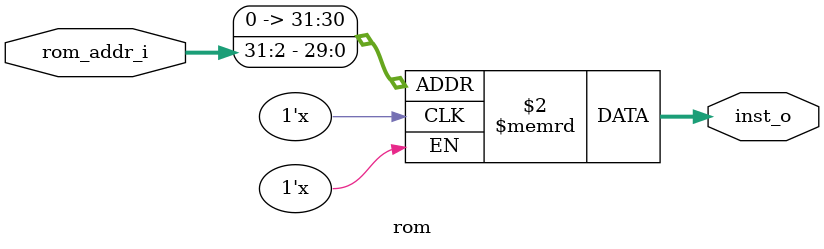
<source format=v>
module rom(
          //from ifetch
          input wire [31:0] rom_addr_i,
          //to iftech
          output reg [31:0] inst_o
);
          reg [31:0] rom_mem[0:11];     //16KB
          always @(*)begin
                    inst_o = rom_mem[rom_addr_i >> 2];
          end

endmodule
</source>
